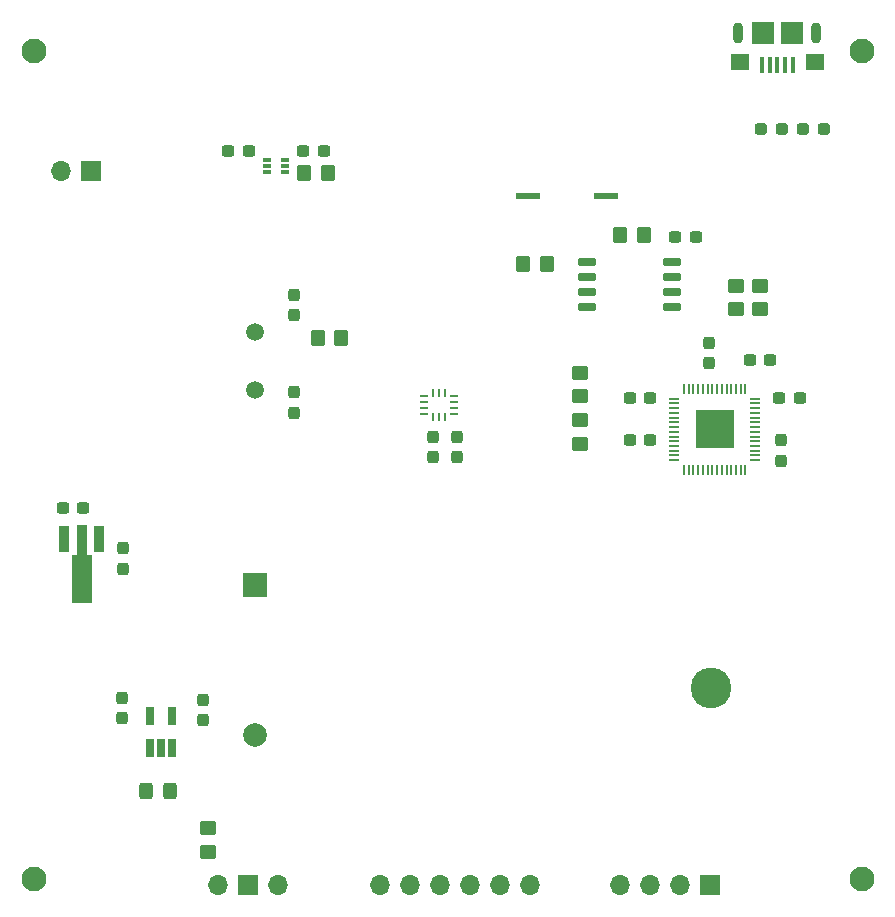
<source format=gts>
G04 #@! TF.GenerationSoftware,KiCad,Pcbnew,(6.0.5)*
G04 #@! TF.CreationDate,2023-03-01T16:26:38-05:00*
G04 #@! TF.ProjectId,control_board,636f6e74-726f-46c5-9f62-6f6172642e6b,rev?*
G04 #@! TF.SameCoordinates,Original*
G04 #@! TF.FileFunction,Soldermask,Top*
G04 #@! TF.FilePolarity,Negative*
%FSLAX46Y46*%
G04 Gerber Fmt 4.6, Leading zero omitted, Abs format (unit mm)*
G04 Created by KiCad (PCBNEW (6.0.5)) date 2023-03-01 16:26:38*
%MOMM*%
%LPD*%
G01*
G04 APERTURE LIST*
G04 Aperture macros list*
%AMRoundRect*
0 Rectangle with rounded corners*
0 $1 Rounding radius*
0 $2 $3 $4 $5 $6 $7 $8 $9 X,Y pos of 4 corners*
0 Add a 4 corners polygon primitive as box body*
4,1,4,$2,$3,$4,$5,$6,$7,$8,$9,$2,$3,0*
0 Add four circle primitives for the rounded corners*
1,1,$1+$1,$2,$3*
1,1,$1+$1,$4,$5*
1,1,$1+$1,$6,$7*
1,1,$1+$1,$8,$9*
0 Add four rect primitives between the rounded corners*
20,1,$1+$1,$2,$3,$4,$5,0*
20,1,$1+$1,$4,$5,$6,$7,0*
20,1,$1+$1,$6,$7,$8,$9,0*
20,1,$1+$1,$8,$9,$2,$3,0*%
%AMFreePoly0*
4,1,9,5.362500,-0.866500,1.237500,-0.866500,1.237500,-0.450000,-1.237500,-0.450000,-1.237500,0.450000,1.237500,0.450000,1.237500,0.866500,5.362500,0.866500,5.362500,-0.866500,5.362500,-0.866500,$1*%
G04 Aperture macros list end*
%ADD10C,2.100000*%
%ADD11RoundRect,0.237500X-0.287500X-0.237500X0.287500X-0.237500X0.287500X0.237500X-0.287500X0.237500X0*%
%ADD12RoundRect,0.237500X0.287500X0.237500X-0.287500X0.237500X-0.287500X-0.237500X0.287500X-0.237500X0*%
%ADD13R,1.700000X1.700000*%
%ADD14O,1.700000X1.700000*%
%ADD15C,0.500000*%
%ADD16R,0.400000X1.350000*%
%ADD17R,1.900000X1.900000*%
%ADD18O,0.900000X1.800000*%
%ADD19R,1.600000X1.400000*%
%ADD20RoundRect,0.237500X-0.237500X0.300000X-0.237500X-0.300000X0.237500X-0.300000X0.237500X0.300000X0*%
%ADD21RoundRect,0.237500X-0.300000X-0.237500X0.300000X-0.237500X0.300000X0.237500X-0.300000X0.237500X0*%
%ADD22RoundRect,0.250000X-0.350000X-0.450000X0.350000X-0.450000X0.350000X0.450000X-0.350000X0.450000X0*%
%ADD23R,0.650000X1.560000*%
%ADD24C,3.450000*%
%ADD25R,2.000000X2.000000*%
%ADD26C,2.000000*%
%ADD27R,0.900000X2.300000*%
%ADD28FreePoly0,270.000000*%
%ADD29RoundRect,0.237500X0.237500X-0.300000X0.237500X0.300000X-0.237500X0.300000X-0.237500X-0.300000X0*%
%ADD30RoundRect,0.150000X-0.650000X-0.150000X0.650000X-0.150000X0.650000X0.150000X-0.650000X0.150000X0*%
%ADD31RoundRect,0.250000X0.350000X0.450000X-0.350000X0.450000X-0.350000X-0.450000X0.350000X-0.450000X0*%
%ADD32RoundRect,0.250000X-0.450000X0.350000X-0.450000X-0.350000X0.450000X-0.350000X0.450000X0.350000X0*%
%ADD33R,0.675000X0.250000*%
%ADD34R,0.250000X0.675000*%
%ADD35C,1.500000*%
%ADD36RoundRect,0.237500X0.300000X0.237500X-0.300000X0.237500X-0.300000X-0.237500X0.300000X-0.237500X0*%
%ADD37O,0.875000X0.200000*%
%ADD38O,0.200000X0.875000*%
%ADD39R,3.200000X3.200000*%
%ADD40RoundRect,0.250000X0.450000X-0.350000X0.450000X0.350000X-0.450000X0.350000X-0.450000X-0.350000X0*%
%ADD41RoundRect,0.250000X0.325000X0.450000X-0.325000X0.450000X-0.325000X-0.450000X0.325000X-0.450000X0*%
%ADD42R,0.700000X0.340000*%
%ADD43R,2.108200X0.558800*%
G04 APERTURE END LIST*
D10*
X174752000Y-123952000D03*
X104648000Y-123952000D03*
X174752000Y-53848000D03*
X104648000Y-53848000D03*
D11*
X169813000Y-60452000D03*
X171563000Y-60452000D03*
D12*
X168007000Y-60452000D03*
X166257000Y-60452000D03*
D13*
X161925000Y-124460000D03*
D14*
X159385000Y-124460000D03*
X156845000Y-124460000D03*
X154305000Y-124460000D03*
D15*
X164318250Y-52324000D03*
X170918250Y-52324000D03*
D16*
X168918250Y-54999000D03*
X168268250Y-54999000D03*
X167618250Y-54999000D03*
X166968250Y-54999000D03*
X166318250Y-54999000D03*
D17*
X166418250Y-52324000D03*
D18*
X164318250Y-52324000D03*
D19*
X164418250Y-54774000D03*
D18*
X170918250Y-52324000D03*
D17*
X168818250Y-52324000D03*
D19*
X170818250Y-54774000D03*
D20*
X126697000Y-82737500D03*
X126697000Y-84462500D03*
D21*
X158963000Y-69627500D03*
X160688000Y-69627500D03*
X107087500Y-92562500D03*
X108812500Y-92562500D03*
X167785500Y-83213500D03*
X169510500Y-83213500D03*
D22*
X127531450Y-64206000D03*
X129531450Y-64206000D03*
D23*
X114493000Y-112856000D03*
X115443000Y-112856000D03*
X116393000Y-112856000D03*
X116393000Y-110156000D03*
X114493000Y-110156000D03*
D24*
X162030000Y-107760000D03*
D25*
X123420000Y-99060000D03*
D26*
X123420000Y-111760000D03*
D27*
X110200000Y-95162500D03*
D28*
X108700000Y-95250000D03*
D27*
X107200000Y-95162500D03*
D29*
X118999000Y-110490000D03*
X118999000Y-108765000D03*
D14*
X125365000Y-124460000D03*
D13*
X122825000Y-124460000D03*
D14*
X120285000Y-124460000D03*
D20*
X167894000Y-86795000D03*
X167894000Y-88520000D03*
D30*
X151475500Y-71722500D03*
X151475500Y-72992500D03*
X151475500Y-74262500D03*
X151475500Y-75532500D03*
X158675500Y-75532500D03*
X158675500Y-74262500D03*
X158675500Y-72992500D03*
X158675500Y-71722500D03*
D31*
X148075500Y-71877500D03*
X146075500Y-71877500D03*
D14*
X146685000Y-124460000D03*
X144145000Y-124460000D03*
X141605000Y-124460000D03*
X139065000Y-124460000D03*
X136525000Y-124460000D03*
X133985000Y-124460000D03*
D29*
X140462000Y-88238500D03*
X140462000Y-86513500D03*
D32*
X119380000Y-119650000D03*
X119380000Y-121650000D03*
D29*
X161798000Y-80264000D03*
X161798000Y-78539000D03*
D33*
X137675500Y-83070000D03*
X137675500Y-83570000D03*
X137675500Y-84070000D03*
X137675500Y-84570000D03*
D34*
X138438000Y-84832500D03*
X138938000Y-84832500D03*
X139438000Y-84832500D03*
D33*
X140200500Y-84570000D03*
X140200500Y-84070000D03*
X140200500Y-83570000D03*
X140200500Y-83070000D03*
D34*
X139438000Y-82807500D03*
X138938000Y-82807500D03*
X138438000Y-82807500D03*
D35*
X123347000Y-77650000D03*
X123347000Y-82550000D03*
D22*
X154325500Y-69377500D03*
X156325500Y-69377500D03*
D36*
X156826500Y-86767500D03*
X155101500Y-86767500D03*
D13*
X109479000Y-64008000D03*
D14*
X106939000Y-64008000D03*
D37*
X158868500Y-83279500D03*
X158868500Y-83679500D03*
X158868500Y-84079500D03*
X158868500Y-84479500D03*
X158868500Y-84879500D03*
X158868500Y-85279500D03*
X158868500Y-85679500D03*
X158868500Y-86079500D03*
X158868500Y-86479500D03*
X158868500Y-86879500D03*
X158868500Y-87279500D03*
X158868500Y-87679500D03*
X158868500Y-88079500D03*
X158868500Y-88479500D03*
D38*
X159706000Y-89317000D03*
X160106000Y-89317000D03*
X160506000Y-89317000D03*
X160906000Y-89317000D03*
X161306000Y-89317000D03*
X161706000Y-89317000D03*
X162106000Y-89317000D03*
X162506000Y-89317000D03*
X162906000Y-89317000D03*
X163306000Y-89317000D03*
X163706000Y-89317000D03*
X164106000Y-89317000D03*
X164506000Y-89317000D03*
X164906000Y-89317000D03*
D37*
X165743500Y-88479500D03*
X165743500Y-88079500D03*
X165743500Y-87679500D03*
X165743500Y-87279500D03*
X165743500Y-86879500D03*
X165743500Y-86479500D03*
X165743500Y-86079500D03*
X165743500Y-85679500D03*
X165743500Y-85279500D03*
X165743500Y-84879500D03*
X165743500Y-84479500D03*
X165743500Y-84079500D03*
X165743500Y-83679500D03*
X165743500Y-83279500D03*
D38*
X164906000Y-82442000D03*
X164506000Y-82442000D03*
X164106000Y-82442000D03*
X163706000Y-82442000D03*
X163306000Y-82442000D03*
X162906000Y-82442000D03*
X162506000Y-82442000D03*
X162106000Y-82442000D03*
X161706000Y-82442000D03*
X161306000Y-82442000D03*
X160906000Y-82442000D03*
X160506000Y-82442000D03*
X160106000Y-82442000D03*
X159706000Y-82442000D03*
D39*
X162306000Y-85879500D03*
D40*
X150876000Y-83069500D03*
X150876000Y-81069500D03*
D22*
X128697000Y-78100000D03*
X130697000Y-78100000D03*
D29*
X112200000Y-97675000D03*
X112200000Y-95950000D03*
D21*
X121115750Y-62301000D03*
X122840750Y-62301000D03*
D40*
X164084000Y-75703500D03*
X164084000Y-73703500D03*
D29*
X126697000Y-76212500D03*
X126697000Y-74487500D03*
D32*
X150876000Y-85117500D03*
X150876000Y-87117500D03*
D20*
X138430000Y-86513500D03*
X138430000Y-88238500D03*
D21*
X127465750Y-62301000D03*
X129190750Y-62301000D03*
D36*
X156818500Y-83211500D03*
X155093500Y-83211500D03*
D29*
X112141000Y-110336500D03*
X112141000Y-108611500D03*
D41*
X116188600Y-116484400D03*
X114138600Y-116484400D03*
D40*
X166116000Y-75703500D03*
X166116000Y-73703500D03*
D42*
X124403250Y-63071000D03*
X124403250Y-63571000D03*
X124403250Y-64071000D03*
X125903250Y-64071000D03*
X125903250Y-63571000D03*
X125903250Y-63071000D03*
D21*
X165253500Y-80010000D03*
X166978500Y-80010000D03*
D43*
X153126200Y-66127500D03*
X146524800Y-66127500D03*
M02*

</source>
